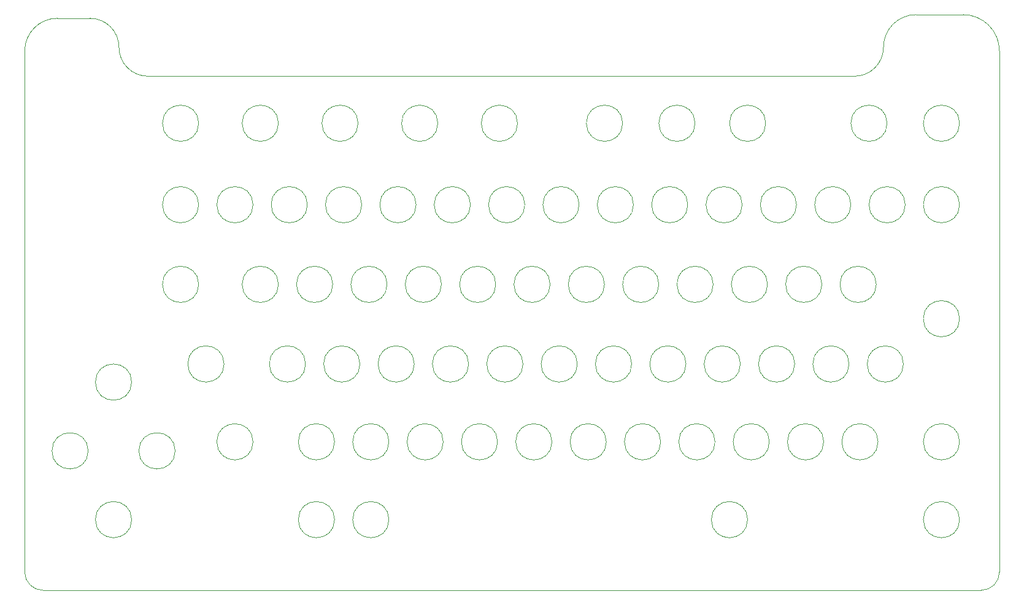
<source format=gm1>
G04 #@! TF.GenerationSoftware,KiCad,Pcbnew,7.0.10*
G04 #@! TF.CreationDate,2024-04-06T07:29:01+09:00*
G04 #@! TF.ProjectId,msx0_keyboard,6d737830-5f6b-4657-9962-6f6172642e6b,rev?*
G04 #@! TF.SameCoordinates,PX30291a0PY2faf080*
G04 #@! TF.FileFunction,Profile,NP*
%FSLAX46Y46*%
G04 Gerber Fmt 4.6, Leading zero omitted, Abs format (unit mm)*
G04 Created by KiCad (PCBNEW 7.0.10) date 2024-04-06 07:29:01*
%MOMM*%
%LPD*%
G01*
G04 APERTURE LIST*
G04 #@! TA.AperFunction,Profile*
%ADD10C,0.100000*%
G04 #@! TD*
G04 APERTURE END LIST*
D10*
X110000000Y-82250000D02*
G75*
G03*
X105000000Y-82250000I-2500000J0D01*
G01*
X105000000Y-82250000D02*
G75*
G03*
X110000000Y-82250000I2500000J0D01*
G01*
X91250000Y-93250000D02*
G75*
G03*
X86250000Y-93250000I-2500000J0D01*
G01*
X86250000Y-93250000D02*
G75*
G03*
X91250000Y-93250000I2500000J0D01*
G01*
X129500000Y-45000000D02*
X123000000Y-45000000D01*
X50000000Y-82250000D02*
G75*
G03*
X45000000Y-82250000I-2500000J0D01*
G01*
X45000000Y-82250000D02*
G75*
G03*
X50000000Y-82250000I2500000J0D01*
G01*
X129000000Y-114750000D02*
G75*
G03*
X124000000Y-114750000I-2500000J0D01*
G01*
X124000000Y-114750000D02*
G75*
G03*
X129000000Y-114750000I2500000J0D01*
G01*
X99000000Y-71250000D02*
G75*
G03*
X94000000Y-71250000I-2500000J0D01*
G01*
X94000000Y-71250000D02*
G75*
G03*
X99000000Y-71250000I2500000J0D01*
G01*
X110250000Y-104000000D02*
G75*
G03*
X105250000Y-104000000I-2500000J0D01*
G01*
X105250000Y-104000000D02*
G75*
G03*
X110250000Y-104000000I2500000J0D01*
G01*
X0Y-122000000D02*
G75*
G03*
X2500000Y-124500000I2500000J0D01*
G01*
X61250000Y-93250000D02*
G75*
G03*
X56250000Y-93250000I-2500000J0D01*
G01*
X56250000Y-93250000D02*
G75*
G03*
X61250000Y-93250000I2500000J0D01*
G01*
X82500000Y-60000000D02*
G75*
G03*
X77500000Y-60000000I-2500000J0D01*
G01*
X77500000Y-60000000D02*
G75*
G03*
X82500000Y-60000000I2500000J0D01*
G01*
X57000000Y-60000000D02*
G75*
G03*
X52000000Y-60000000I-2500000J0D01*
G01*
X52000000Y-60000000D02*
G75*
G03*
X57000000Y-60000000I2500000J0D01*
G01*
X57500000Y-82250000D02*
G75*
G03*
X52500000Y-82250000I-2500000J0D01*
G01*
X52500000Y-82250000D02*
G75*
G03*
X57500000Y-82250000I2500000J0D01*
G01*
X99750000Y-114750000D02*
G75*
G03*
X94750000Y-114750000I-2500000J0D01*
G01*
X94750000Y-114750000D02*
G75*
G03*
X99750000Y-114750000I2500000J0D01*
G01*
X8750000Y-105250000D02*
G75*
G03*
X3750000Y-105250000I-2500000J0D01*
G01*
X3750000Y-105250000D02*
G75*
G03*
X8750000Y-105250000I2500000J0D01*
G01*
X106500000Y-71250000D02*
G75*
G03*
X101500000Y-71250000I-2500000J0D01*
G01*
X101500000Y-71250000D02*
G75*
G03*
X106500000Y-71250000I2500000J0D01*
G01*
X132000000Y-124500000D02*
G75*
G03*
X134500000Y-122000000I0J2500000D01*
G01*
X35000000Y-60000000D02*
G75*
G03*
X30000000Y-60000000I-2500000J0D01*
G01*
X30000000Y-60000000D02*
G75*
G03*
X35000000Y-60000000I2500000J0D01*
G01*
X119000000Y-60000000D02*
G75*
G03*
X114000000Y-60000000I-2500000J0D01*
G01*
X114000000Y-60000000D02*
G75*
G03*
X119000000Y-60000000I2500000J0D01*
G01*
X42750000Y-114750000D02*
G75*
G03*
X37750000Y-114750000I-2500000J0D01*
G01*
X37750000Y-114750000D02*
G75*
G03*
X42750000Y-114750000I2500000J0D01*
G01*
X50250000Y-104000000D02*
G75*
G03*
X45250000Y-104000000I-2500000J0D01*
G01*
X45250000Y-104000000D02*
G75*
G03*
X50250000Y-104000000I2500000J0D01*
G01*
X14750000Y-114750000D02*
G75*
G03*
X9750000Y-114750000I-2500000J0D01*
G01*
X9750000Y-114750000D02*
G75*
G03*
X14750000Y-114750000I2500000J0D01*
G01*
X123000000Y-45000000D02*
G75*
G03*
X118500000Y-49500000I0J-4500000D01*
G01*
X95250000Y-104000000D02*
G75*
G03*
X90250000Y-104000000I-2500000J0D01*
G01*
X90250000Y-104000000D02*
G75*
G03*
X95250000Y-104000000I2500000J0D01*
G01*
X53750000Y-93250000D02*
G75*
G03*
X48750000Y-93250000I-2500000J0D01*
G01*
X48750000Y-93250000D02*
G75*
G03*
X53750000Y-93250000I2500000J0D01*
G01*
X102250000Y-60000000D02*
G75*
G03*
X97250000Y-60000000I-2500000J0D01*
G01*
X97250000Y-60000000D02*
G75*
G03*
X102250000Y-60000000I2500000J0D01*
G01*
X42750000Y-104000000D02*
G75*
G03*
X37750000Y-104000000I-2500000J0D01*
G01*
X37750000Y-104000000D02*
G75*
G03*
X42750000Y-104000000I2500000J0D01*
G01*
X114000000Y-71250000D02*
G75*
G03*
X109000000Y-71250000I-2500000J0D01*
G01*
X109000000Y-71250000D02*
G75*
G03*
X114000000Y-71250000I2500000J0D01*
G01*
X24000000Y-71250000D02*
G75*
G03*
X19000000Y-71250000I-2500000J0D01*
G01*
X19000000Y-71250000D02*
G75*
G03*
X24000000Y-71250000I2500000J0D01*
G01*
X35000000Y-82250000D02*
G75*
G03*
X30000000Y-82250000I-2500000J0D01*
G01*
X30000000Y-82250000D02*
G75*
G03*
X35000000Y-82250000I2500000J0D01*
G01*
X134500000Y-122000000D02*
X134500000Y-50000000D01*
X38750000Y-93250000D02*
G75*
G03*
X33750000Y-93250000I-2500000J0D01*
G01*
X33750000Y-93250000D02*
G75*
G03*
X38750000Y-93250000I2500000J0D01*
G01*
X46250000Y-93250000D02*
G75*
G03*
X41250000Y-93250000I-2500000J0D01*
G01*
X41250000Y-93250000D02*
G75*
G03*
X46250000Y-93250000I2500000J0D01*
G01*
X117750000Y-104000000D02*
G75*
G03*
X112750000Y-104000000I-2500000J0D01*
G01*
X112750000Y-104000000D02*
G75*
G03*
X117750000Y-104000000I2500000J0D01*
G01*
X54000000Y-71250000D02*
G75*
G03*
X49000000Y-71250000I-2500000J0D01*
G01*
X49000000Y-71250000D02*
G75*
G03*
X54000000Y-71250000I2500000J0D01*
G01*
X87750000Y-104000000D02*
G75*
G03*
X82750000Y-104000000I-2500000J0D01*
G01*
X82750000Y-104000000D02*
G75*
G03*
X87750000Y-104000000I2500000J0D01*
G01*
X106250000Y-93250000D02*
G75*
G03*
X101250000Y-93250000I-2500000J0D01*
G01*
X101250000Y-93250000D02*
G75*
G03*
X106250000Y-93250000I2500000J0D01*
G01*
X61500000Y-71250000D02*
G75*
G03*
X56500000Y-71250000I-2500000J0D01*
G01*
X56500000Y-71250000D02*
G75*
G03*
X61500000Y-71250000I2500000J0D01*
G01*
X76250000Y-93250000D02*
G75*
G03*
X71250000Y-93250000I-2500000J0D01*
G01*
X71250000Y-93250000D02*
G75*
G03*
X76250000Y-93250000I2500000J0D01*
G01*
X87500000Y-82250000D02*
G75*
G03*
X82500000Y-82250000I-2500000J0D01*
G01*
X82500000Y-82250000D02*
G75*
G03*
X87500000Y-82250000I2500000J0D01*
G01*
X65250000Y-104000000D02*
G75*
G03*
X60250000Y-104000000I-2500000J0D01*
G01*
X60250000Y-104000000D02*
G75*
G03*
X65250000Y-104000000I2500000J0D01*
G01*
X113750000Y-93250000D02*
G75*
G03*
X108750000Y-93250000I-2500000J0D01*
G01*
X108750000Y-93250000D02*
G75*
G03*
X113750000Y-93250000I2500000J0D01*
G01*
X42500000Y-82250000D02*
G75*
G03*
X37500000Y-82250000I-2500000J0D01*
G01*
X37500000Y-82250000D02*
G75*
G03*
X42500000Y-82250000I2500000J0D01*
G01*
X68000000Y-60000000D02*
G75*
G03*
X63000000Y-60000000I-2500000J0D01*
G01*
X63000000Y-60000000D02*
G75*
G03*
X68000000Y-60000000I2500000J0D01*
G01*
X72500000Y-82250000D02*
G75*
G03*
X67500000Y-82250000I-2500000J0D01*
G01*
X67500000Y-82250000D02*
G75*
G03*
X72500000Y-82250000I2500000J0D01*
G01*
X134500000Y-50000000D02*
G75*
G03*
X129500000Y-45000000I-5000000J0D01*
G01*
X46000000Y-60000000D02*
G75*
G03*
X41000000Y-60000000I-2500000J0D01*
G01*
X41000000Y-60000000D02*
G75*
G03*
X46000000Y-60000000I2500000J0D01*
G01*
X13000000Y-49500000D02*
G75*
G03*
X17000000Y-53500000I4000000J0D01*
G01*
X92500000Y-60000000D02*
G75*
G03*
X87500000Y-60000000I-2500000J0D01*
G01*
X87500000Y-60000000D02*
G75*
G03*
X92500000Y-60000000I2500000J0D01*
G01*
X114500000Y-53500000D02*
X17000000Y-53500000D01*
X102500000Y-82250000D02*
G75*
G03*
X97500000Y-82250000I-2500000J0D01*
G01*
X97500000Y-82250000D02*
G75*
G03*
X102500000Y-82250000I2500000J0D01*
G01*
X84000000Y-71250000D02*
G75*
G03*
X79000000Y-71250000I-2500000J0D01*
G01*
X79000000Y-71250000D02*
G75*
G03*
X84000000Y-71250000I2500000J0D01*
G01*
X129000000Y-104000000D02*
G75*
G03*
X124000000Y-104000000I-2500000J0D01*
G01*
X124000000Y-104000000D02*
G75*
G03*
X129000000Y-104000000I2500000J0D01*
G01*
X13000000Y-49500000D02*
G75*
G03*
X9000000Y-45500000I-4000000J0D01*
G01*
X4500000Y-45500000D02*
X9000000Y-45500000D01*
X98750000Y-93250000D02*
G75*
G03*
X93750000Y-93250000I-2500000J0D01*
G01*
X93750000Y-93250000D02*
G75*
G03*
X98750000Y-93250000I2500000J0D01*
G01*
X72750000Y-104000000D02*
G75*
G03*
X67750000Y-104000000I-2500000J0D01*
G01*
X67750000Y-104000000D02*
G75*
G03*
X72750000Y-104000000I2500000J0D01*
G01*
X95000000Y-82250000D02*
G75*
G03*
X90000000Y-82250000I-2500000J0D01*
G01*
X90000000Y-82250000D02*
G75*
G03*
X95000000Y-82250000I2500000J0D01*
G01*
X129000000Y-71250000D02*
G75*
G03*
X124000000Y-71250000I-2500000J0D01*
G01*
X124000000Y-71250000D02*
G75*
G03*
X129000000Y-71250000I2500000J0D01*
G01*
X129000000Y-60000000D02*
G75*
G03*
X124000000Y-60000000I-2500000J0D01*
G01*
X124000000Y-60000000D02*
G75*
G03*
X129000000Y-60000000I2500000J0D01*
G01*
X102750000Y-104000000D02*
G75*
G03*
X97750000Y-104000000I-2500000J0D01*
G01*
X97750000Y-104000000D02*
G75*
G03*
X102750000Y-104000000I2500000J0D01*
G01*
X27500000Y-93250000D02*
G75*
G03*
X22500000Y-93250000I-2500000J0D01*
G01*
X22500000Y-93250000D02*
G75*
G03*
X27500000Y-93250000I2500000J0D01*
G01*
X57750000Y-104000000D02*
G75*
G03*
X52750000Y-104000000I-2500000J0D01*
G01*
X52750000Y-104000000D02*
G75*
G03*
X57750000Y-104000000I2500000J0D01*
G01*
X69000000Y-71250000D02*
G75*
G03*
X64000000Y-71250000I-2500000J0D01*
G01*
X64000000Y-71250000D02*
G75*
G03*
X69000000Y-71250000I2500000J0D01*
G01*
X114500000Y-53500000D02*
G75*
G03*
X118500000Y-49500000I0J4000000D01*
G01*
X0Y-122000000D02*
X0Y-50000000D01*
X117500000Y-82250000D02*
G75*
G03*
X112500000Y-82250000I-2500000J0D01*
G01*
X112500000Y-82250000D02*
G75*
G03*
X117500000Y-82250000I2500000J0D01*
G01*
X76500000Y-71250000D02*
G75*
G03*
X71500000Y-71250000I-2500000J0D01*
G01*
X71500000Y-71250000D02*
G75*
G03*
X76500000Y-71250000I2500000J0D01*
G01*
X24000000Y-60000000D02*
G75*
G03*
X19000000Y-60000000I-2500000J0D01*
G01*
X19000000Y-60000000D02*
G75*
G03*
X24000000Y-60000000I2500000J0D01*
G01*
X24000000Y-82250000D02*
G75*
G03*
X19000000Y-82250000I-2500000J0D01*
G01*
X19000000Y-82250000D02*
G75*
G03*
X24000000Y-82250000I2500000J0D01*
G01*
X50250000Y-114750000D02*
G75*
G03*
X45250000Y-114750000I-2500000J0D01*
G01*
X45250000Y-114750000D02*
G75*
G03*
X50250000Y-114750000I2500000J0D01*
G01*
X46500000Y-71250000D02*
G75*
G03*
X41500000Y-71250000I-2500000J0D01*
G01*
X41500000Y-71250000D02*
G75*
G03*
X46500000Y-71250000I2500000J0D01*
G01*
X80000000Y-82250000D02*
G75*
G03*
X75000000Y-82250000I-2500000J0D01*
G01*
X75000000Y-82250000D02*
G75*
G03*
X80000000Y-82250000I2500000J0D01*
G01*
X39000000Y-71250000D02*
G75*
G03*
X34000000Y-71250000I-2500000J0D01*
G01*
X34000000Y-71250000D02*
G75*
G03*
X39000000Y-71250000I2500000J0D01*
G01*
X129000000Y-87000000D02*
G75*
G03*
X124000000Y-87000000I-2500000J0D01*
G01*
X124000000Y-87000000D02*
G75*
G03*
X129000000Y-87000000I2500000J0D01*
G01*
X31500000Y-104000000D02*
G75*
G03*
X26500000Y-104000000I-2500000J0D01*
G01*
X26500000Y-104000000D02*
G75*
G03*
X31500000Y-104000000I2500000J0D01*
G01*
X65000000Y-82250000D02*
G75*
G03*
X60000000Y-82250000I-2500000J0D01*
G01*
X60000000Y-82250000D02*
G75*
G03*
X65000000Y-82250000I2500000J0D01*
G01*
X31500000Y-71250000D02*
G75*
G03*
X26500000Y-71250000I-2500000J0D01*
G01*
X26500000Y-71250000D02*
G75*
G03*
X31500000Y-71250000I2500000J0D01*
G01*
X68750000Y-93250000D02*
G75*
G03*
X63750000Y-93250000I-2500000J0D01*
G01*
X63750000Y-93250000D02*
G75*
G03*
X68750000Y-93250000I2500000J0D01*
G01*
X4500000Y-45500000D02*
G75*
G03*
X0Y-50000000I0J-4500000D01*
G01*
X14750000Y-95750000D02*
G75*
G03*
X9750000Y-95750000I-2500000J0D01*
G01*
X9750000Y-95750000D02*
G75*
G03*
X14750000Y-95750000I2500000J0D01*
G01*
X91500000Y-71250000D02*
G75*
G03*
X86500000Y-71250000I-2500000J0D01*
G01*
X86500000Y-71250000D02*
G75*
G03*
X91500000Y-71250000I2500000J0D01*
G01*
X80250000Y-104000000D02*
G75*
G03*
X75250000Y-104000000I-2500000J0D01*
G01*
X75250000Y-104000000D02*
G75*
G03*
X80250000Y-104000000I2500000J0D01*
G01*
X132000000Y-124500000D02*
X2500000Y-124500000D01*
X121250000Y-93250000D02*
G75*
G03*
X116250000Y-93250000I-2500000J0D01*
G01*
X116250000Y-93250000D02*
G75*
G03*
X121250000Y-93250000I2500000J0D01*
G01*
X20750000Y-105250000D02*
G75*
G03*
X15750000Y-105250000I-2500000J0D01*
G01*
X15750000Y-105250000D02*
G75*
G03*
X20750000Y-105250000I2500000J0D01*
G01*
X83750000Y-93250000D02*
G75*
G03*
X78750000Y-93250000I-2500000J0D01*
G01*
X78750000Y-93250000D02*
G75*
G03*
X83750000Y-93250000I2500000J0D01*
G01*
X121500000Y-71250000D02*
G75*
G03*
X116500000Y-71250000I-2500000J0D01*
G01*
X116500000Y-71250000D02*
G75*
G03*
X121500000Y-71250000I2500000J0D01*
G01*
M02*

</source>
